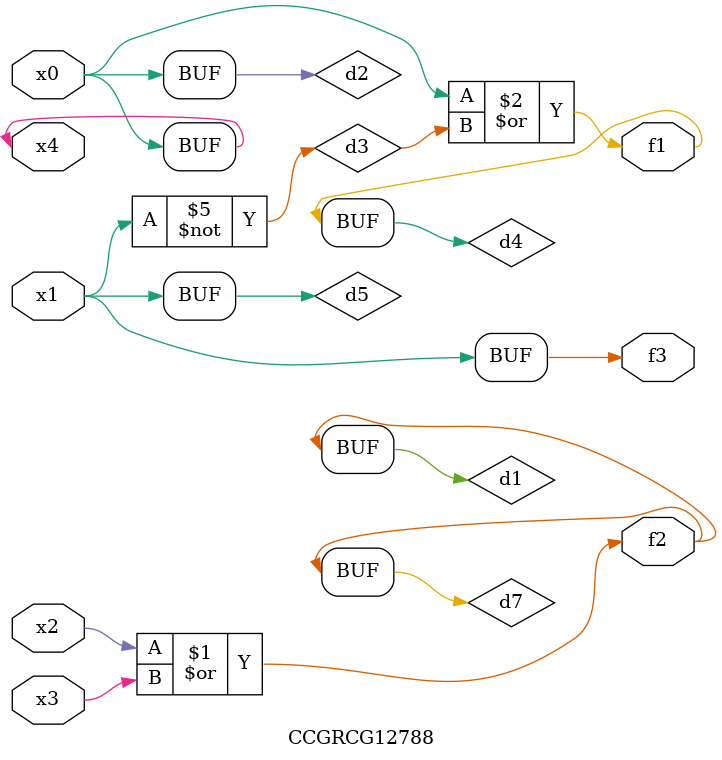
<source format=v>
module CCGRCG12788(
	input x0, x1, x2, x3, x4,
	output f1, f2, f3
);

	wire d1, d2, d3, d4, d5, d6, d7;

	or (d1, x2, x3);
	buf (d2, x0, x4);
	not (d3, x1);
	or (d4, d2, d3);
	not (d5, d3);
	nand (d6, d1, d3);
	or (d7, d1);
	assign f1 = d4;
	assign f2 = d7;
	assign f3 = d5;
endmodule

</source>
